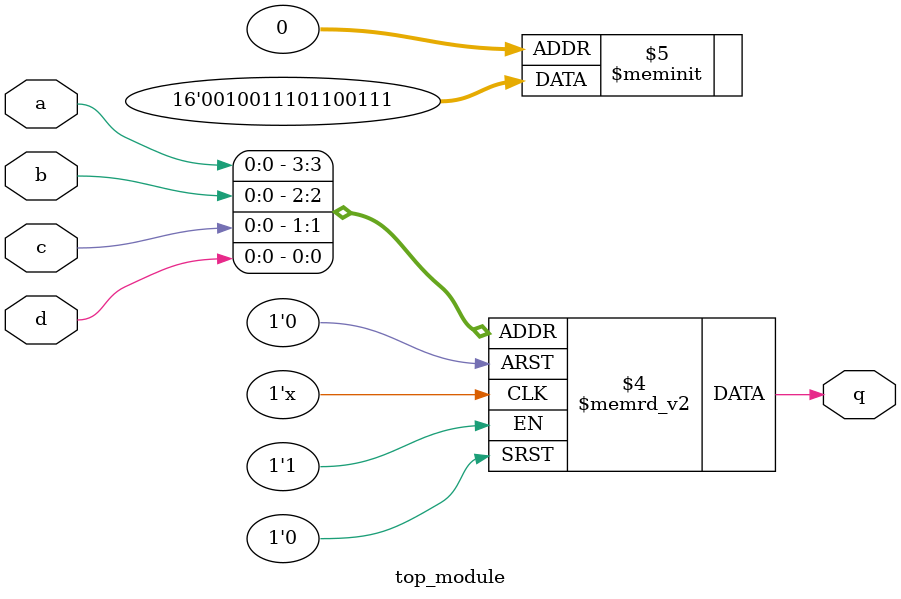
<source format=sv>
module top_module (
    input a, 
    input b, 
    input c, 
    input d,
    output reg q
);

always @* begin
    case ({a, b, c, d})
        4'b0000: q = 1;
        4'b0001, 4'b0010, 4'b0110, 4'b1001, 4'b1010: q = 1;
        4'b0100, 4'b1011, 4'b1100, 4'b1111: q = 0;
        4'b0101, 4'b1000, 4'b1101: q = 1;
        default: q = 0;
    endcase
end

endmodule

</source>
